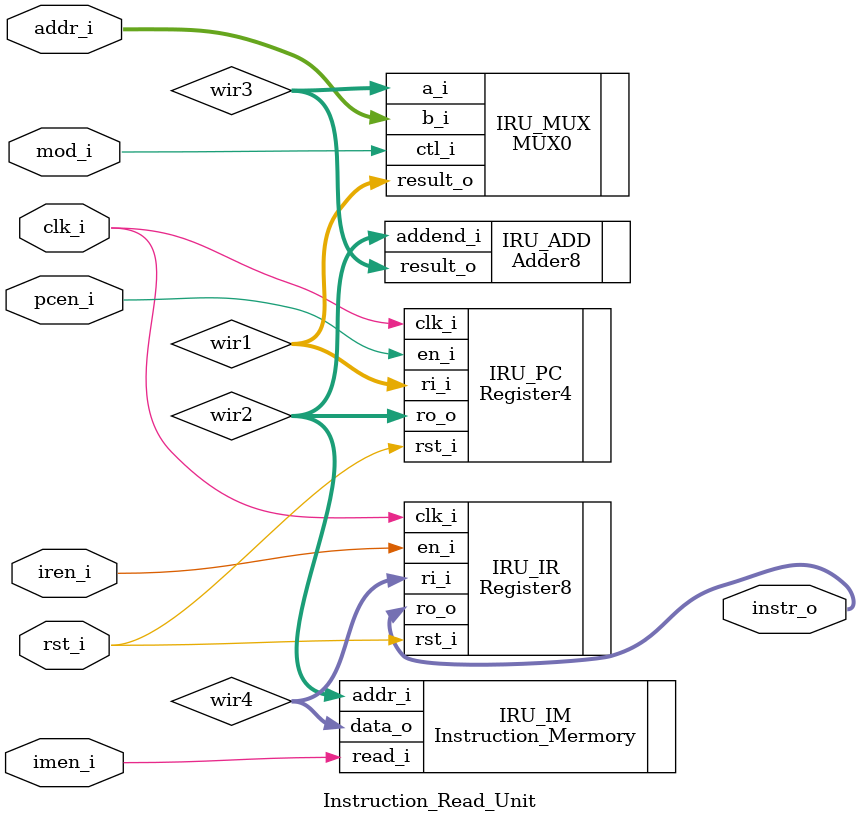
<source format=v>
module Instruction_Read_Unit(

input mod_i,pcen_i,imen_i,iren_i,clk_i,rst_i,
input [3:0] addr_i,
output[7:0] instr_o);

wire [3:0]wir1,wir2,wir3;
wire [7:0]wir4;
//wir1********pc输入
//wir2********PC输出
//wir3********adder输出
//wir4********IR输入

Register4 IRU_PC(.clk_i(clk_i),.rst_i(rst_i),.en_i(pcen_i),.ri_i(wir1),.ro_o(wir2),);
Instruction_Mermory IRU_IM(.read_i(imen_i),.data_o(wir4),.addr_i(wir2),);
MUX0	IRU_MUX(.a_i(wir3),.b_i(addr_i),.ctl_i(mod_i),.result_o(wir1),);
Adder8 IRU_ADD(.addend_i(wir2),.result_o(wir3),);
Register8 IRU_IR(.clk_i(clk_i),.rst_i(rst_i),.en_i(iren_i),.ri_i(wir4),.ro_o(instr_o),);

endmodule

</source>
